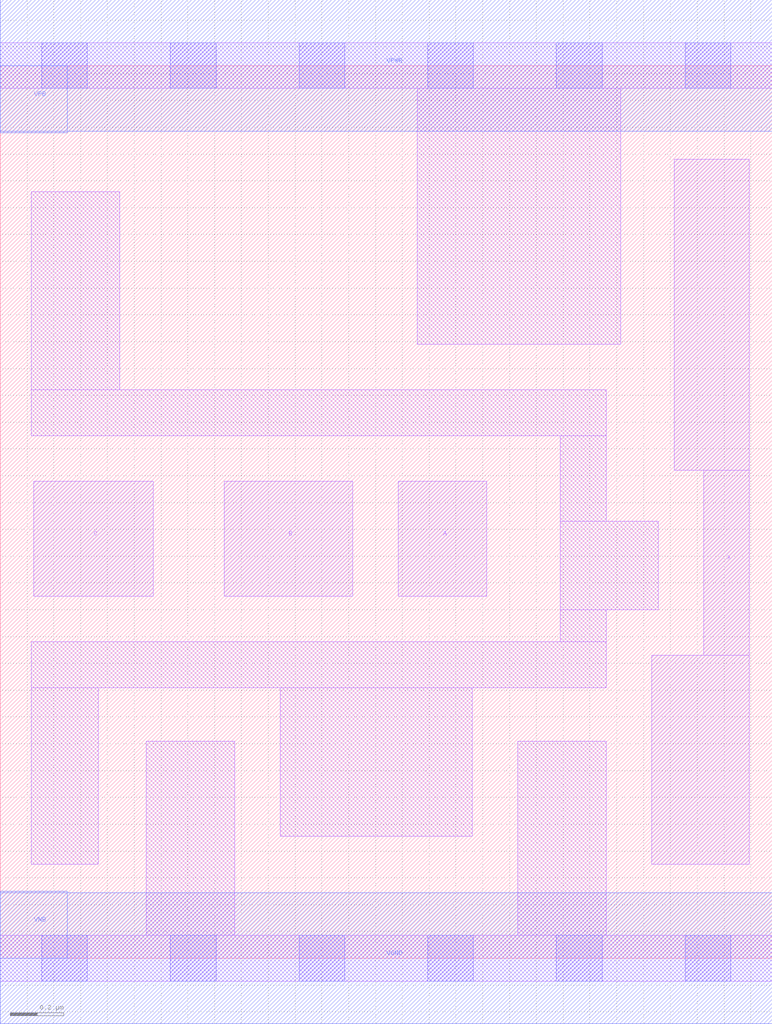
<source format=lef>
# Copyright 2020 The SkyWater PDK Authors
#
# Licensed under the Apache License, Version 2.0 (the "License");
# you may not use this file except in compliance with the License.
# You may obtain a copy of the License at
#
#     https://www.apache.org/licenses/LICENSE-2.0
#
# Unless required by applicable law or agreed to in writing, software
# distributed under the License is distributed on an "AS IS" BASIS,
# WITHOUT WARRANTIES OR CONDITIONS OF ANY KIND, either express or implied.
# See the License for the specific language governing permissions and
# limitations under the License.
#
# SPDX-License-Identifier: Apache-2.0

VERSION 5.5 ;
NAMESCASESENSITIVE ON ;
BUSBITCHARS "[]" ;
DIVIDERCHAR "/" ;
MACRO sky130_fd_sc_hs__or3_1
  CLASS CORE ;
  SOURCE USER ;
  ORIGIN  0.000000  0.000000 ;
  SIZE  2.880000 BY  3.330000 ;
  SYMMETRY X Y ;
  SITE unit ;
  PIN A
    ANTENNAGATEAREA  0.233000 ;
    DIRECTION INPUT ;
    USE SIGNAL ;
    PORT
      LAYER li1 ;
        RECT 1.485000 1.350000 1.815000 1.780000 ;
    END
  END A
  PIN B
    ANTENNAGATEAREA  0.233000 ;
    DIRECTION INPUT ;
    USE SIGNAL ;
    PORT
      LAYER li1 ;
        RECT 0.835000 1.350000 1.315000 1.780000 ;
    END
  END B
  PIN C
    ANTENNAGATEAREA  0.233000 ;
    DIRECTION INPUT ;
    USE SIGNAL ;
    PORT
      LAYER li1 ;
        RECT 0.125000 1.350000 0.570000 1.780000 ;
    END
  END C
  PIN X
    ANTENNADIFFAREA  0.541300 ;
    DIRECTION OUTPUT ;
    USE SIGNAL ;
    PORT
      LAYER li1 ;
        RECT 2.430000 0.350000 2.795000 1.130000 ;
        RECT 2.515000 1.820000 2.795000 2.980000 ;
        RECT 2.625000 1.130000 2.795000 1.820000 ;
    END
  END X
  PIN VGND
    DIRECTION INOUT ;
    USE GROUND ;
    PORT
      LAYER met1 ;
        RECT 0.000000 -0.245000 2.880000 0.245000 ;
    END
  END VGND
  PIN VNB
    DIRECTION INOUT ;
    USE GROUND ;
    PORT
      LAYER met1 ;
        RECT 0.000000 0.000000 0.250000 0.250000 ;
    END
  END VNB
  PIN VPB
    DIRECTION INOUT ;
    USE POWER ;
    PORT
      LAYER met1 ;
        RECT 0.000000 3.080000 0.250000 3.330000 ;
    END
  END VPB
  PIN VPWR
    DIRECTION INOUT ;
    USE POWER ;
    PORT
      LAYER met1 ;
        RECT 0.000000 3.085000 2.880000 3.575000 ;
    END
  END VPWR
  OBS
    LAYER li1 ;
      RECT 0.000000 -0.085000 2.880000 0.085000 ;
      RECT 0.000000  3.245000 2.880000 3.415000 ;
      RECT 0.115000  0.350000 0.365000 1.010000 ;
      RECT 0.115000  1.010000 2.260000 1.180000 ;
      RECT 0.115000  1.950000 2.260000 2.120000 ;
      RECT 0.115000  2.120000 0.445000 2.860000 ;
      RECT 0.545000  0.085000 0.875000 0.810000 ;
      RECT 1.045000  0.455000 1.760000 1.010000 ;
      RECT 1.555000  2.290000 2.315000 3.245000 ;
      RECT 1.930000  0.085000 2.260000 0.810000 ;
      RECT 2.090000  1.180000 2.260000 1.300000 ;
      RECT 2.090000  1.300000 2.455000 1.630000 ;
      RECT 2.090000  1.630000 2.260000 1.950000 ;
    LAYER mcon ;
      RECT 0.155000 -0.085000 0.325000 0.085000 ;
      RECT 0.155000  3.245000 0.325000 3.415000 ;
      RECT 0.635000 -0.085000 0.805000 0.085000 ;
      RECT 0.635000  3.245000 0.805000 3.415000 ;
      RECT 1.115000 -0.085000 1.285000 0.085000 ;
      RECT 1.115000  3.245000 1.285000 3.415000 ;
      RECT 1.595000 -0.085000 1.765000 0.085000 ;
      RECT 1.595000  3.245000 1.765000 3.415000 ;
      RECT 2.075000 -0.085000 2.245000 0.085000 ;
      RECT 2.075000  3.245000 2.245000 3.415000 ;
      RECT 2.555000 -0.085000 2.725000 0.085000 ;
      RECT 2.555000  3.245000 2.725000 3.415000 ;
  END
END sky130_fd_sc_hs__or3_1

</source>
